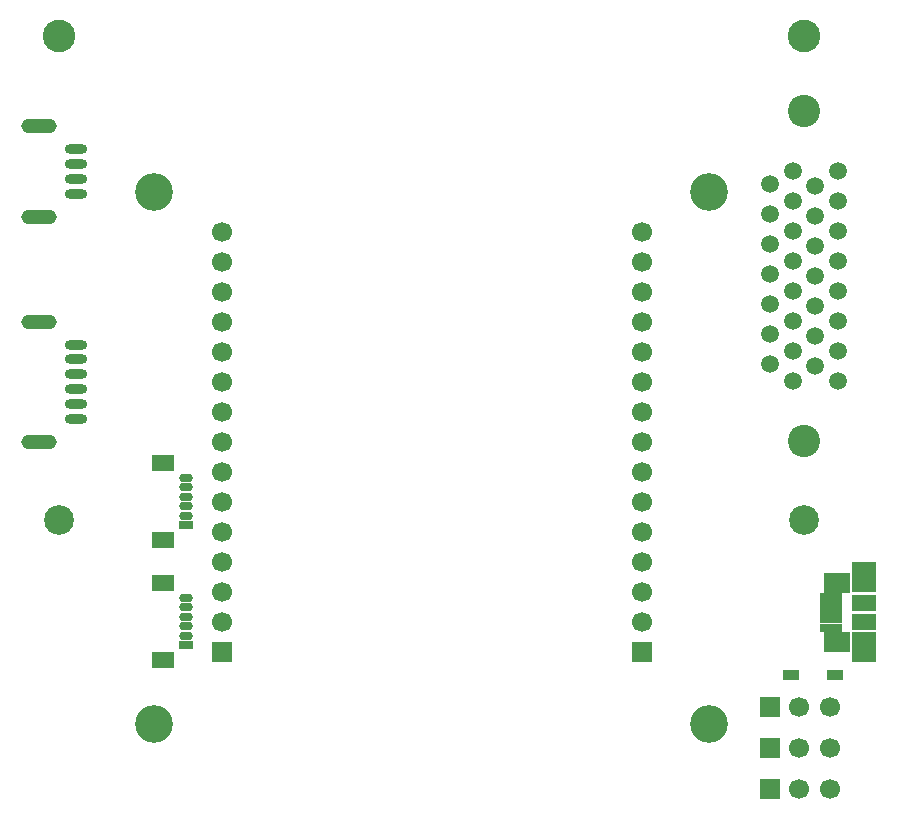
<source format=gbs>
G04 Layer_Color=16711935*
%FSLAX42Y42*%
%MOMM*%
G71*
G01*
G75*
%ADD38C,1.50*%
%ADD39C,2.74*%
%ADD40R,1.70X1.70*%
%ADD41C,1.70*%
%ADD42R,1.70X1.70*%
%ADD43C,2.51*%
%ADD44C,2.76*%
%ADD45C,3.20*%
%ADD46R,1.42X0.91*%
%ADD47R,1.90X1.40*%
%ADD48R,1.20X0.70*%
G04:AMPARAMS|DCode=49|XSize=0.7mm|YSize=1.2mm|CornerRadius=0.35mm|HoleSize=0mm|Usage=FLASHONLY|Rotation=270.000|XOffset=0mm|YOffset=0mm|HoleType=Round|Shape=RoundedRectangle|*
%AMROUNDEDRECTD49*
21,1,0.70,0.50,0,0,270.0*
21,1,0.00,1.20,0,0,270.0*
1,1,0.70,-0.25,0.00*
1,1,0.70,-0.25,0.00*
1,1,0.70,0.25,0.00*
1,1,0.70,0.25,0.00*
%
%ADD49ROUNDEDRECTD49*%
%ADD50R,2.11X1.40*%
%ADD51R,2.11X2.59*%
%ADD52R,2.31X1.70*%
%ADD53R,1.91X0.66*%
%ADD54R,1.91X0.60*%
G04:AMPARAMS|DCode=55|XSize=0.81mm|YSize=1.91mm|CornerRadius=0.41mm|HoleSize=0mm|Usage=FLASHONLY|Rotation=90.000|XOffset=0mm|YOffset=0mm|HoleType=Round|Shape=RoundedRectangle|*
%AMROUNDEDRECTD55*
21,1,0.81,1.09,0,0,90.0*
21,1,0.00,1.91,0,0,90.0*
1,1,0.81,0.55,0.00*
1,1,0.81,0.55,0.00*
1,1,0.81,-0.55,0.00*
1,1,0.81,-0.55,0.00*
%
%ADD55ROUNDEDRECTD55*%
G04:AMPARAMS|DCode=56|XSize=3.02mm|YSize=1.22mm|CornerRadius=0.61mm|HoleSize=0mm|Usage=FLASHONLY|Rotation=0.000|XOffset=0mm|YOffset=0mm|HoleType=Round|Shape=RoundedRectangle|*
%AMROUNDEDRECTD56*
21,1,3.02,0.00,0,0,0.0*
21,1,1.80,1.22,0,0,0.0*
1,1,1.22,0.90,0.00*
1,1,1.22,-0.90,0.00*
1,1,1.22,-0.90,0.00*
1,1,1.22,0.90,0.00*
%
%ADD56ROUNDEDRECTD56*%
D38*
X2925Y1528D02*
D03*
Y1782D02*
D03*
Y2036D02*
D03*
Y2290D02*
D03*
Y2544D02*
D03*
Y2798D02*
D03*
Y3052D02*
D03*
X2735Y1655D02*
D03*
Y1909D02*
D03*
Y2163D02*
D03*
Y2417D02*
D03*
Y2671D02*
D03*
Y2925D02*
D03*
X2544Y3052D02*
D03*
Y2798D02*
D03*
Y2544D02*
D03*
Y2290D02*
D03*
Y2036D02*
D03*
Y1782D02*
D03*
Y1528D02*
D03*
Y1274D02*
D03*
X2354Y2938D02*
D03*
Y2684D02*
D03*
Y2430D02*
D03*
Y2176D02*
D03*
Y1922D02*
D03*
Y1668D02*
D03*
Y1414D02*
D03*
X2735Y1401D02*
D03*
X2925Y1274D02*
D03*
D39*
X2640Y3560D02*
D03*
Y766D02*
D03*
D40*
X2350Y-1829D02*
D03*
Y-2184D02*
D03*
Y-1486D02*
D03*
D41*
X2603Y-1829D02*
D03*
X2858D02*
D03*
X2603Y-2184D02*
D03*
X2858D02*
D03*
X2603Y-1486D02*
D03*
X2858D02*
D03*
X-2286Y2540D02*
D03*
Y2286D02*
D03*
Y2032D02*
D03*
Y1778D02*
D03*
Y1524D02*
D03*
Y1270D02*
D03*
Y1016D02*
D03*
Y762D02*
D03*
Y508D02*
D03*
Y254D02*
D03*
Y0D02*
D03*
Y-254D02*
D03*
Y-508D02*
D03*
Y-762D02*
D03*
X1270Y2540D02*
D03*
Y2286D02*
D03*
Y2032D02*
D03*
Y1778D02*
D03*
Y1524D02*
D03*
Y1270D02*
D03*
Y1016D02*
D03*
Y762D02*
D03*
Y508D02*
D03*
Y254D02*
D03*
Y0D02*
D03*
Y-254D02*
D03*
Y-508D02*
D03*
Y-762D02*
D03*
D42*
X-2286Y-1016D02*
D03*
X1270D02*
D03*
D43*
X2637Y96D02*
D03*
X-3663D02*
D03*
D44*
Y4196D02*
D03*
X2637D02*
D03*
D45*
X1837Y-1629D02*
D03*
Y2871D02*
D03*
X-2863D02*
D03*
Y-1629D02*
D03*
D46*
X2903Y-1219D02*
D03*
X2533Y-1219D02*
D03*
D47*
X-2789Y-1092D02*
D03*
X-2789Y-432D02*
D03*
X-2789Y-76D02*
D03*
X-2789Y584D02*
D03*
D48*
X-2594Y-962D02*
D03*
Y54D02*
D03*
D49*
X-2594Y-882D02*
D03*
X-2594Y-802D02*
D03*
X-2594Y-722D02*
D03*
X-2594Y-642D02*
D03*
X-2594Y-562D02*
D03*
Y134D02*
D03*
X-2594Y214D02*
D03*
X-2594Y294D02*
D03*
X-2594Y374D02*
D03*
X-2594Y454D02*
D03*
D50*
X3150Y-602D02*
D03*
X3150Y-770D02*
D03*
D51*
Y-981D02*
D03*
X3150Y-389D02*
D03*
D52*
X2918Y-936D02*
D03*
X2918Y-434D02*
D03*
D53*
X2868Y-554D02*
D03*
X2868Y-816D02*
D03*
X2868Y-620D02*
D03*
X2868Y-686D02*
D03*
D54*
X2868Y-751D02*
D03*
D55*
X-3519Y3235D02*
D03*
X-3519Y3110D02*
D03*
X-3519Y2984D02*
D03*
X-3519Y2860D02*
D03*
Y955D02*
D03*
Y1082D02*
D03*
Y1206D02*
D03*
X-3519Y1332D02*
D03*
X-3519Y1457D02*
D03*
X-3519Y1582D02*
D03*
D56*
X-3834Y3430D02*
D03*
X-3834Y2664D02*
D03*
X-3834Y762D02*
D03*
Y1777D02*
D03*
M02*

</source>
